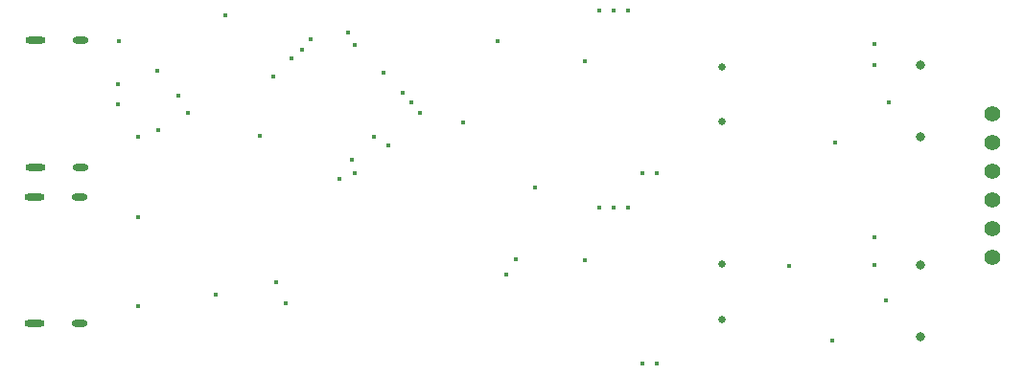
<source format=gbr>
%TF.GenerationSoftware,Altium Limited,Altium Designer,22.1.2 (22)*%
G04 Layer_Color=0*
%FSLAX44Y44*%
%MOMM*%
%TF.SameCoordinates,D2A5B157-11BA-4D30-A4C3-CA4352B12235*%
%TF.FilePolarity,Positive*%
%TF.FileFunction,Plated,1,2,PTH,Drill*%
%TF.Part,Single*%
G01*
G75*
%TA.AperFunction,ComponentDrill*%
%ADD77O,1.8000X0.6000*%
%ADD78O,1.4000X0.6000*%
%ADD79C,0.6300*%
%ADD80C,0.8000*%
%ADD81C,1.4000*%
%TA.AperFunction,ViaDrill,NotFilled*%
%ADD82C,0.4000*%
D77*
X300000Y1076200D02*
D03*
Y963800D02*
D03*
X300360Y1214760D02*
D03*
Y1102360D02*
D03*
D78*
X340000Y963800D02*
D03*
Y1076200D02*
D03*
X340360Y1102360D02*
D03*
Y1214760D02*
D03*
D79*
X906780Y1016270D02*
D03*
Y967470D02*
D03*
Y1191260D02*
D03*
Y1142460D02*
D03*
D80*
X1082040Y952500D02*
D03*
Y1016000D02*
D03*
Y1129030D02*
D03*
Y1192530D02*
D03*
D81*
X1145540Y1022350D02*
D03*
Y1149350D02*
D03*
Y1123950D02*
D03*
Y1098550D02*
D03*
Y1073150D02*
D03*
Y1047750D02*
D03*
D82*
X391000Y1058000D02*
D03*
X849630Y928370D02*
D03*
X836930D02*
D03*
X426720Y1165860D02*
D03*
X741680Y1084580D02*
D03*
X373380Y1158240D02*
D03*
X716280Y1007110D02*
D03*
X966470Y1014730D02*
D03*
X459740Y989330D02*
D03*
X725170Y1021080D02*
D03*
X1007110Y1123950D02*
D03*
X1004570Y948690D02*
D03*
X1054100Y1159510D02*
D03*
X1051560Y984250D02*
D03*
X1041400Y1016000D02*
D03*
Y1192530D02*
D03*
Y1040130D02*
D03*
Y1211580D02*
D03*
X535940Y1206500D02*
D03*
X527050Y1198880D02*
D03*
X373380Y1176020D02*
D03*
X408940Y1135380D02*
D03*
X391160Y1129030D02*
D03*
X608330Y1186180D02*
D03*
X640080Y1150620D02*
D03*
X632460Y1159510D02*
D03*
X624840Y1168400D02*
D03*
X612140Y1121410D02*
D03*
X582930Y1097280D02*
D03*
X580390Y1108710D02*
D03*
X568960Y1092200D02*
D03*
X468630Y1236980D02*
D03*
X391160Y979170D02*
D03*
X543560Y1215390D02*
D03*
X374650Y1214120D02*
D03*
X678180Y1141730D02*
D03*
X708660Y1214120D02*
D03*
X499110Y1130300D02*
D03*
X408480Y1187570D02*
D03*
X849630Y1097280D02*
D03*
X836930D02*
D03*
X786130Y1019810D02*
D03*
Y1196340D02*
D03*
X510540Y1182370D02*
D03*
X824230Y1066800D02*
D03*
X811530D02*
D03*
X798830D02*
D03*
X824230Y1240790D02*
D03*
X811530D02*
D03*
X798830D02*
D03*
X435610Y1150620D02*
D03*
X576580Y1221740D02*
D03*
X582930Y1210310D02*
D03*
X599440Y1129030D02*
D03*
X513080Y1000760D02*
D03*
X521970Y981710D02*
D03*
%TF.MD5,1c52962b6f7977d8de25d1eab40699db*%
M02*

</source>
